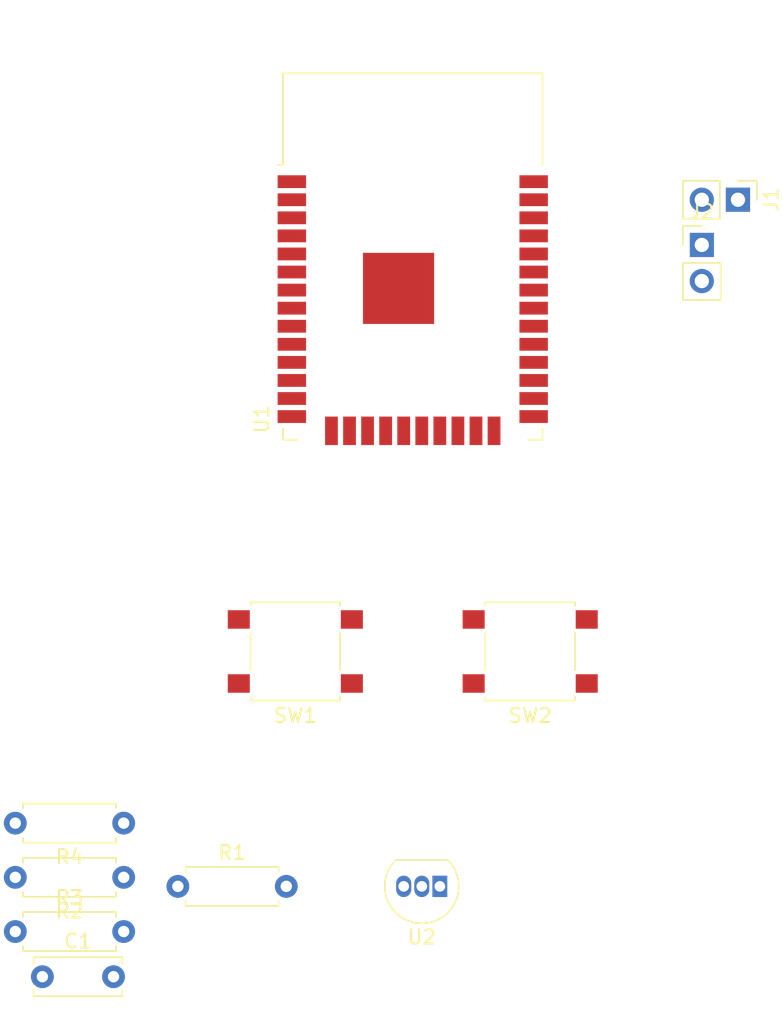
<source format=kicad_pcb>
(kicad_pcb (version 20171130) (host pcbnew 5.1.5+dfsg1-2build2)

  (general
    (thickness 1.6)
    (drawings 0)
    (tracks 0)
    (zones 0)
    (modules 11)
    (nets 38)
  )

  (page A4)
  (layers
    (0 F.Cu signal)
    (31 B.Cu signal)
    (32 B.Adhes user hide)
    (33 F.Adhes user hide)
    (34 B.Paste user hide)
    (35 F.Paste user hide)
    (36 B.SilkS user)
    (37 F.SilkS user)
    (38 B.Mask user hide)
    (39 F.Mask user hide)
    (40 Dwgs.User user)
    (41 Cmts.User user)
    (42 Eco1.User user hide)
    (43 Eco2.User user hide)
    (44 Edge.Cuts user hide)
    (45 Margin user hide)
    (46 B.CrtYd user)
    (47 F.CrtYd user)
    (48 B.Fab user)
    (49 F.Fab user)
  )

  (setup
    (last_trace_width 0.25)
    (trace_clearance 0.2)
    (zone_clearance 0.508)
    (zone_45_only no)
    (trace_min 0.2)
    (via_size 0.8)
    (via_drill 0.4)
    (via_min_size 0.4)
    (via_min_drill 0.3)
    (uvia_size 0.3)
    (uvia_drill 0.1)
    (uvias_allowed no)
    (uvia_min_size 0.2)
    (uvia_min_drill 0.1)
    (edge_width 0.05)
    (segment_width 0.2)
    (pcb_text_width 0.3)
    (pcb_text_size 1.5 1.5)
    (mod_edge_width 0.12)
    (mod_text_size 1 1)
    (mod_text_width 0.15)
    (pad_size 1.524 1.524)
    (pad_drill 0.762)
    (pad_to_mask_clearance 0.051)
    (solder_mask_min_width 0.25)
    (aux_axis_origin 0 0)
    (visible_elements FFFFFF7F)
    (pcbplotparams
      (layerselection 0x010fc_ffffffff)
      (usegerberextensions false)
      (usegerberattributes false)
      (usegerberadvancedattributes false)
      (creategerberjobfile false)
      (excludeedgelayer true)
      (linewidth 0.100000)
      (plotframeref false)
      (viasonmask false)
      (mode 1)
      (useauxorigin false)
      (hpglpennumber 1)
      (hpglpenspeed 20)
      (hpglpendiameter 15.000000)
      (psnegative false)
      (psa4output false)
      (plotreference true)
      (plotvalue true)
      (plotinvisibletext false)
      (padsonsilk false)
      (subtractmaskfromsilk false)
      (outputformat 1)
      (mirror false)
      (drillshape 1)
      (scaleselection 1)
      (outputdirectory ""))
  )

  (net 0 "")
  (net 1 /ADC1_CHAN_4)
  (net 2 GND)
  (net 3 +3V3)
  (net 4 /RX)
  (net 5 /TX)
  (net 6 /TEMP_DATA)
  (net 7 "Net-(U1-Pad4)")
  (net 8 "Net-(U1-Pad5)")
  (net 9 "Net-(U1-Pad6)")
  (net 10 "Net-(U1-Pad7)")
  (net 11 "Net-(U1-Pad9)")
  (net 12 "Net-(U1-Pad10)")
  (net 13 "Net-(U1-Pad11)")
  (net 14 "Net-(U1-Pad12)")
  (net 15 "Net-(U1-Pad13)")
  (net 16 "Net-(U1-Pad14)")
  (net 17 "Net-(U1-Pad16)")
  (net 18 "Net-(U1-Pad17)")
  (net 19 "Net-(U1-Pad18)")
  (net 20 "Net-(U1-Pad19)")
  (net 21 "Net-(U1-Pad20)")
  (net 22 "Net-(U1-Pad21)")
  (net 23 "Net-(U1-Pad22)")
  (net 24 "Net-(U1-Pad23)")
  (net 25 "Net-(U1-Pad27)")
  (net 26 "Net-(U1-Pad28)")
  (net 27 "Net-(U1-Pad29)")
  (net 28 "Net-(U1-Pad30)")
  (net 29 "Net-(U1-Pad31)")
  (net 30 "Net-(U1-Pad32)")
  (net 31 "Net-(U1-Pad33)")
  (net 32 "Net-(U1-Pad36)")
  (net 33 "Net-(U1-Pad37)")
  (net 34 "Net-(U1-Pad24)")
  (net 35 /EN)
  (net 36 /BOOT)
  (net 37 "Net-(U2-Pad3)")

  (net_class Default "This is the default net class."
    (clearance 0.2)
    (trace_width 0.25)
    (via_dia 0.8)
    (via_drill 0.4)
    (uvia_dia 0.3)
    (uvia_drill 0.1)
    (add_net +3V3)
    (add_net /ADC1_CHAN_4)
    (add_net /BOOT)
    (add_net /EN)
    (add_net /RX)
    (add_net /TEMP_DATA)
    (add_net /TX)
    (add_net GND)
    (add_net "Net-(U1-Pad10)")
    (add_net "Net-(U1-Pad11)")
    (add_net "Net-(U1-Pad12)")
    (add_net "Net-(U1-Pad13)")
    (add_net "Net-(U1-Pad14)")
    (add_net "Net-(U1-Pad16)")
    (add_net "Net-(U1-Pad17)")
    (add_net "Net-(U1-Pad18)")
    (add_net "Net-(U1-Pad19)")
    (add_net "Net-(U1-Pad20)")
    (add_net "Net-(U1-Pad21)")
    (add_net "Net-(U1-Pad22)")
    (add_net "Net-(U1-Pad23)")
    (add_net "Net-(U1-Pad24)")
    (add_net "Net-(U1-Pad27)")
    (add_net "Net-(U1-Pad28)")
    (add_net "Net-(U1-Pad29)")
    (add_net "Net-(U1-Pad30)")
    (add_net "Net-(U1-Pad31)")
    (add_net "Net-(U1-Pad32)")
    (add_net "Net-(U1-Pad33)")
    (add_net "Net-(U1-Pad36)")
    (add_net "Net-(U1-Pad37)")
    (add_net "Net-(U1-Pad4)")
    (add_net "Net-(U1-Pad5)")
    (add_net "Net-(U1-Pad6)")
    (add_net "Net-(U1-Pad7)")
    (add_net "Net-(U1-Pad9)")
    (add_net "Net-(U2-Pad3)")
  )

  (module Package_TO_SOT_THT:TO-92_Inline (layer F.Cu) (tedit 5A1DD157) (tstamp 61598624)
    (at 102.235 74.295 180)
    (descr "TO-92 leads in-line, narrow, oval pads, drill 0.75mm (see NXP sot054_po.pdf)")
    (tags "to-92 sc-43 sc-43a sot54 PA33 transistor")
    (path /616C9587)
    (fp_text reference U2 (at 1.27 -3.56) (layer F.SilkS)
      (effects (font (size 1 1) (thickness 0.15)))
    )
    (fp_text value DS18B20-PAR (at 1.27 2.79) (layer F.Fab)
      (effects (font (size 1 1) (thickness 0.15)))
    )
    (fp_arc (start 1.27 0) (end 1.27 -2.6) (angle 135) (layer F.SilkS) (width 0.12))
    (fp_arc (start 1.27 0) (end 1.27 -2.48) (angle -135) (layer F.Fab) (width 0.1))
    (fp_arc (start 1.27 0) (end 1.27 -2.6) (angle -135) (layer F.SilkS) (width 0.12))
    (fp_arc (start 1.27 0) (end 1.27 -2.48) (angle 135) (layer F.Fab) (width 0.1))
    (fp_line (start 4 2.01) (end -1.46 2.01) (layer F.CrtYd) (width 0.05))
    (fp_line (start 4 2.01) (end 4 -2.73) (layer F.CrtYd) (width 0.05))
    (fp_line (start -1.46 -2.73) (end -1.46 2.01) (layer F.CrtYd) (width 0.05))
    (fp_line (start -1.46 -2.73) (end 4 -2.73) (layer F.CrtYd) (width 0.05))
    (fp_line (start -0.5 1.75) (end 3 1.75) (layer F.Fab) (width 0.1))
    (fp_line (start -0.53 1.85) (end 3.07 1.85) (layer F.SilkS) (width 0.12))
    (fp_text user %R (at 1.27 0) (layer F.Fab)
      (effects (font (size 1 1) (thickness 0.15)))
    )
    (pad 1 thru_hole rect (at 0 0 180) (size 1.05 1.5) (drill 0.75) (layers *.Cu *.Mask)
      (net 2 GND))
    (pad 3 thru_hole oval (at 2.54 0 180) (size 1.05 1.5) (drill 0.75) (layers *.Cu *.Mask)
      (net 37 "Net-(U2-Pad3)"))
    (pad 2 thru_hole oval (at 1.27 0 180) (size 1.05 1.5) (drill 0.75) (layers *.Cu *.Mask)
      (net 6 /TEMP_DATA))
    (model ${KISYS3DMOD}/Package_TO_SOT_THT.3dshapes/TO-92_Inline.wrl
      (at (xyz 0 0 0))
      (scale (xyz 1 1 1))
      (rotate (xyz 0 0 0))
    )
  )

  (module Button_Switch_SMD:SW_SPST_B3S-1000 (layer F.Cu) (tedit 5A02FC95) (tstamp 615490EF)
    (at 108.585 57.785 180)
    (descr "Surface Mount Tactile Switch for High-Density Packaging")
    (tags "Tactile Switch")
    (path /6154EB89)
    (attr smd)
    (fp_text reference SW2 (at 0 -4.5) (layer F.SilkS)
      (effects (font (size 1 1) (thickness 0.15)))
    )
    (fp_text value BOOT (at 0 4.5) (layer F.Fab)
      (effects (font (size 1 1) (thickness 0.15)))
    )
    (fp_line (start -3 3.3) (end -3 -3.3) (layer F.Fab) (width 0.1))
    (fp_line (start 3 3.3) (end -3 3.3) (layer F.Fab) (width 0.1))
    (fp_line (start 3 -3.3) (end 3 3.3) (layer F.Fab) (width 0.1))
    (fp_line (start -3 -3.3) (end 3 -3.3) (layer F.Fab) (width 0.1))
    (fp_circle (center 0 0) (end 1.65 0) (layer F.Fab) (width 0.1))
    (fp_line (start 3.15 -1.3) (end 3.15 1.3) (layer F.SilkS) (width 0.12))
    (fp_line (start -3.15 3.45) (end -3.15 3.2) (layer F.SilkS) (width 0.12))
    (fp_line (start 3.15 3.45) (end -3.15 3.45) (layer F.SilkS) (width 0.12))
    (fp_line (start 3.15 3.2) (end 3.15 3.45) (layer F.SilkS) (width 0.12))
    (fp_line (start -3.15 1.3) (end -3.15 -1.3) (layer F.SilkS) (width 0.12))
    (fp_line (start 3.15 -3.45) (end 3.15 -3.2) (layer F.SilkS) (width 0.12))
    (fp_line (start -3.15 -3.45) (end 3.15 -3.45) (layer F.SilkS) (width 0.12))
    (fp_line (start -3.15 -3.2) (end -3.15 -3.45) (layer F.SilkS) (width 0.12))
    (fp_line (start -5 -3.7) (end -5 3.7) (layer F.CrtYd) (width 0.05))
    (fp_line (start 5 -3.7) (end -5 -3.7) (layer F.CrtYd) (width 0.05))
    (fp_line (start 5 3.7) (end 5 -3.7) (layer F.CrtYd) (width 0.05))
    (fp_line (start -5 3.7) (end 5 3.7) (layer F.CrtYd) (width 0.05))
    (fp_text user %R (at 0 -4.5) (layer F.Fab)
      (effects (font (size 1 1) (thickness 0.15)))
    )
    (pad 2 smd rect (at 3.975 2.25 180) (size 1.55 1.3) (layers F.Cu F.Paste F.Mask)
      (net 36 /BOOT))
    (pad 2 smd rect (at -3.975 2.25 180) (size 1.55 1.3) (layers F.Cu F.Paste F.Mask)
      (net 36 /BOOT))
    (pad 1 smd rect (at 3.975 -2.25 180) (size 1.55 1.3) (layers F.Cu F.Paste F.Mask)
      (net 2 GND))
    (pad 1 smd rect (at -3.975 -2.25 180) (size 1.55 1.3) (layers F.Cu F.Paste F.Mask)
      (net 2 GND))
    (model ${KISYS3DMOD}/Button_Switch_SMD.3dshapes/SW_SPST_B3S-1000.wrl
      (at (xyz 0 0 0))
      (scale (xyz 1 1 1))
      (rotate (xyz 0 0 0))
    )
  )

  (module Button_Switch_SMD:SW_SPST_B3S-1000 (layer F.Cu) (tedit 5A02FC95) (tstamp 61548CD2)
    (at 92.075 57.785 180)
    (descr "Surface Mount Tactile Switch for High-Density Packaging")
    (tags "Tactile Switch")
    (path /6154F400)
    (attr smd)
    (fp_text reference SW1 (at 0 -4.5) (layer F.SilkS)
      (effects (font (size 1 1) (thickness 0.15)))
    )
    (fp_text value RESET (at 0 4.5) (layer F.Fab)
      (effects (font (size 1 1) (thickness 0.15)))
    )
    (fp_line (start -3 3.3) (end -3 -3.3) (layer F.Fab) (width 0.1))
    (fp_line (start 3 3.3) (end -3 3.3) (layer F.Fab) (width 0.1))
    (fp_line (start 3 -3.3) (end 3 3.3) (layer F.Fab) (width 0.1))
    (fp_line (start -3 -3.3) (end 3 -3.3) (layer F.Fab) (width 0.1))
    (fp_circle (center 0 0) (end 1.65 0) (layer F.Fab) (width 0.1))
    (fp_line (start 3.15 -1.3) (end 3.15 1.3) (layer F.SilkS) (width 0.12))
    (fp_line (start -3.15 3.45) (end -3.15 3.2) (layer F.SilkS) (width 0.12))
    (fp_line (start 3.15 3.45) (end -3.15 3.45) (layer F.SilkS) (width 0.12))
    (fp_line (start 3.15 3.2) (end 3.15 3.45) (layer F.SilkS) (width 0.12))
    (fp_line (start -3.15 1.3) (end -3.15 -1.3) (layer F.SilkS) (width 0.12))
    (fp_line (start 3.15 -3.45) (end 3.15 -3.2) (layer F.SilkS) (width 0.12))
    (fp_line (start -3.15 -3.45) (end 3.15 -3.45) (layer F.SilkS) (width 0.12))
    (fp_line (start -3.15 -3.2) (end -3.15 -3.45) (layer F.SilkS) (width 0.12))
    (fp_line (start -5 -3.7) (end -5 3.7) (layer F.CrtYd) (width 0.05))
    (fp_line (start 5 -3.7) (end -5 -3.7) (layer F.CrtYd) (width 0.05))
    (fp_line (start 5 3.7) (end 5 -3.7) (layer F.CrtYd) (width 0.05))
    (fp_line (start -5 3.7) (end 5 3.7) (layer F.CrtYd) (width 0.05))
    (fp_text user %R (at 0 -4.5) (layer F.Fab)
      (effects (font (size 1 1) (thickness 0.15)))
    )
    (pad 2 smd rect (at 3.975 2.25 180) (size 1.55 1.3) (layers F.Cu F.Paste F.Mask)
      (net 35 /EN))
    (pad 2 smd rect (at -3.975 2.25 180) (size 1.55 1.3) (layers F.Cu F.Paste F.Mask)
      (net 35 /EN))
    (pad 1 smd rect (at 3.975 -2.25 180) (size 1.55 1.3) (layers F.Cu F.Paste F.Mask)
      (net 2 GND))
    (pad 1 smd rect (at -3.975 -2.25 180) (size 1.55 1.3) (layers F.Cu F.Paste F.Mask)
      (net 2 GND))
    (model ${KISYS3DMOD}/Button_Switch_SMD.3dshapes/SW_SPST_B3S-1000.wrl
      (at (xyz 0 0 0))
      (scale (xyz 1 1 1))
      (rotate (xyz 0 0 0))
    )
  )

  (module Connector_PinHeader_2.54mm:PinHeader_1x02_P2.54mm_Vertical (layer F.Cu) (tedit 59FED5CC) (tstamp 615566E7)
    (at 120.65 29.21)
    (descr "Through hole straight pin header, 1x02, 2.54mm pitch, single row")
    (tags "Through hole pin header THT 1x02 2.54mm single row")
    (path /61694344)
    (fp_text reference J2 (at 0 -2.33) (layer F.SilkS)
      (effects (font (size 1 1) (thickness 0.15)))
    )
    (fp_text value UART (at 0 6.35) (layer F.Fab)
      (effects (font (size 1 1) (thickness 0.15)))
    )
    (fp_text user %R (at 0 5.08 180) (layer F.Fab)
      (effects (font (size 1 1) (thickness 0.15)))
    )
    (fp_line (start 1.8 -1.8) (end -1.8 -1.8) (layer F.CrtYd) (width 0.05))
    (fp_line (start 1.8 4.35) (end 1.8 -1.8) (layer F.CrtYd) (width 0.05))
    (fp_line (start -1.8 4.35) (end 1.8 4.35) (layer F.CrtYd) (width 0.05))
    (fp_line (start -1.8 -1.8) (end -1.8 4.35) (layer F.CrtYd) (width 0.05))
    (fp_line (start -1.33 -1.33) (end 0 -1.33) (layer F.SilkS) (width 0.12))
    (fp_line (start -1.33 0) (end -1.33 -1.33) (layer F.SilkS) (width 0.12))
    (fp_line (start -1.33 1.27) (end 1.33 1.27) (layer F.SilkS) (width 0.12))
    (fp_line (start 1.33 1.27) (end 1.33 3.87) (layer F.SilkS) (width 0.12))
    (fp_line (start -1.33 1.27) (end -1.33 3.87) (layer F.SilkS) (width 0.12))
    (fp_line (start -1.33 3.87) (end 1.33 3.87) (layer F.SilkS) (width 0.12))
    (fp_line (start -1.27 -0.635) (end -0.635 -1.27) (layer F.Fab) (width 0.1))
    (fp_line (start -1.27 3.81) (end -1.27 -0.635) (layer F.Fab) (width 0.1))
    (fp_line (start 1.27 3.81) (end -1.27 3.81) (layer F.Fab) (width 0.1))
    (fp_line (start 1.27 -1.27) (end 1.27 3.81) (layer F.Fab) (width 0.1))
    (fp_line (start -0.635 -1.27) (end 1.27 -1.27) (layer F.Fab) (width 0.1))
    (pad 2 thru_hole oval (at 0 2.54) (size 1.7 1.7) (drill 1) (layers *.Cu *.Mask)
      (net 5 /TX))
    (pad 1 thru_hole rect (at 0 0) (size 1.7 1.7) (drill 1) (layers *.Cu *.Mask)
      (net 4 /RX))
    (model ${KISYS3DMOD}/Connector_PinHeader_2.54mm.3dshapes/PinHeader_1x02_P2.54mm_Vertical.wrl
      (at (xyz 0 0 0))
      (scale (xyz 1 1 1))
      (rotate (xyz 0 0 0))
    )
  )

  (module Connector_PinHeader_2.54mm:PinHeader_1x02_P2.54mm_Vertical (layer F.Cu) (tedit 59FED5CC) (tstamp 615566D1)
    (at 123.19 26.035 270)
    (descr "Through hole straight pin header, 1x02, 2.54mm pitch, single row")
    (tags "Through hole pin header THT 1x02 2.54mm single row")
    (path /61690FB6)
    (fp_text reference J1 (at 0 -2.33 90) (layer F.SilkS)
      (effects (font (size 1 1) (thickness 0.15)))
    )
    (fp_text value POWER (at -2.54 1.27 180) (layer F.Fab)
      (effects (font (size 1 1) (thickness 0.15)))
    )
    (fp_text user %R (at -3.81 1.27) (layer F.Fab)
      (effects (font (size 1 1) (thickness 0.15)))
    )
    (fp_line (start 1.8 -1.8) (end -1.8 -1.8) (layer F.CrtYd) (width 0.05))
    (fp_line (start 1.8 4.35) (end 1.8 -1.8) (layer F.CrtYd) (width 0.05))
    (fp_line (start -1.8 4.35) (end 1.8 4.35) (layer F.CrtYd) (width 0.05))
    (fp_line (start -1.8 -1.8) (end -1.8 4.35) (layer F.CrtYd) (width 0.05))
    (fp_line (start -1.33 -1.33) (end 0 -1.33) (layer F.SilkS) (width 0.12))
    (fp_line (start -1.33 0) (end -1.33 -1.33) (layer F.SilkS) (width 0.12))
    (fp_line (start -1.33 1.27) (end 1.33 1.27) (layer F.SilkS) (width 0.12))
    (fp_line (start 1.33 1.27) (end 1.33 3.87) (layer F.SilkS) (width 0.12))
    (fp_line (start -1.33 1.27) (end -1.33 3.87) (layer F.SilkS) (width 0.12))
    (fp_line (start -1.33 3.87) (end 1.33 3.87) (layer F.SilkS) (width 0.12))
    (fp_line (start -1.27 -0.635) (end -0.635 -1.27) (layer F.Fab) (width 0.1))
    (fp_line (start -1.27 3.81) (end -1.27 -0.635) (layer F.Fab) (width 0.1))
    (fp_line (start 1.27 3.81) (end -1.27 3.81) (layer F.Fab) (width 0.1))
    (fp_line (start 1.27 -1.27) (end 1.27 3.81) (layer F.Fab) (width 0.1))
    (fp_line (start -0.635 -1.27) (end 1.27 -1.27) (layer F.Fab) (width 0.1))
    (pad 2 thru_hole oval (at 0 2.54 270) (size 1.7 1.7) (drill 1) (layers *.Cu *.Mask)
      (net 2 GND))
    (pad 1 thru_hole rect (at 0 0 270) (size 1.7 1.7) (drill 1) (layers *.Cu *.Mask)
      (net 3 +3V3))
    (model ${KISYS3DMOD}/Connector_PinHeader_2.54mm.3dshapes/PinHeader_1x02_P2.54mm_Vertical.wrl
      (at (xyz 0 0 0))
      (scale (xyz 1 1 1))
      (rotate (xyz 0 0 0))
    )
  )

  (module Resistor_THT:R_Axial_DIN0207_L6.3mm_D2.5mm_P7.62mm_Horizontal (layer F.Cu) (tedit 5AE5139B) (tstamp 615554CF)
    (at 80.01 69.85 180)
    (descr "Resistor, Axial_DIN0207 series, Axial, Horizontal, pin pitch=7.62mm, 0.25W = 1/4W, length*diameter=6.3*2.5mm^2, http://cdn-reichelt.de/documents/datenblatt/B400/1_4W%23YAG.pdf")
    (tags "Resistor Axial_DIN0207 series Axial Horizontal pin pitch 7.62mm 0.25W = 1/4W length 6.3mm diameter 2.5mm")
    (path /61614BCD)
    (fp_text reference R4 (at 3.81 -2.37) (layer F.SilkS)
      (effects (font (size 1 1) (thickness 0.15)))
    )
    (fp_text value 22k (at 3.81 2.37) (layer F.Fab)
      (effects (font (size 1 1) (thickness 0.15)))
    )
    (fp_text user %R (at 3.81 0) (layer F.Fab)
      (effects (font (size 1 1) (thickness 0.15)))
    )
    (fp_line (start 8.67 -1.5) (end -1.05 -1.5) (layer F.CrtYd) (width 0.05))
    (fp_line (start 8.67 1.5) (end 8.67 -1.5) (layer F.CrtYd) (width 0.05))
    (fp_line (start -1.05 1.5) (end 8.67 1.5) (layer F.CrtYd) (width 0.05))
    (fp_line (start -1.05 -1.5) (end -1.05 1.5) (layer F.CrtYd) (width 0.05))
    (fp_line (start 7.08 1.37) (end 7.08 1.04) (layer F.SilkS) (width 0.12))
    (fp_line (start 0.54 1.37) (end 7.08 1.37) (layer F.SilkS) (width 0.12))
    (fp_line (start 0.54 1.04) (end 0.54 1.37) (layer F.SilkS) (width 0.12))
    (fp_line (start 7.08 -1.37) (end 7.08 -1.04) (layer F.SilkS) (width 0.12))
    (fp_line (start 0.54 -1.37) (end 7.08 -1.37) (layer F.SilkS) (width 0.12))
    (fp_line (start 0.54 -1.04) (end 0.54 -1.37) (layer F.SilkS) (width 0.12))
    (fp_line (start 7.62 0) (end 6.96 0) (layer F.Fab) (width 0.1))
    (fp_line (start 0 0) (end 0.66 0) (layer F.Fab) (width 0.1))
    (fp_line (start 6.96 -1.25) (end 0.66 -1.25) (layer F.Fab) (width 0.1))
    (fp_line (start 6.96 1.25) (end 6.96 -1.25) (layer F.Fab) (width 0.1))
    (fp_line (start 0.66 1.25) (end 6.96 1.25) (layer F.Fab) (width 0.1))
    (fp_line (start 0.66 -1.25) (end 0.66 1.25) (layer F.Fab) (width 0.1))
    (pad 2 thru_hole oval (at 7.62 0 180) (size 1.6 1.6) (drill 0.8) (layers *.Cu *.Mask)
      (net 35 /EN))
    (pad 1 thru_hole circle (at 0 0 180) (size 1.6 1.6) (drill 0.8) (layers *.Cu *.Mask)
      (net 3 +3V3))
    (model ${KISYS3DMOD}/Resistor_THT.3dshapes/R_Axial_DIN0207_L6.3mm_D2.5mm_P7.62mm_Horizontal.wrl
      (at (xyz 0 0 0))
      (scale (xyz 1 1 1))
      (rotate (xyz 0 0 0))
    )
  )

  (module Capacitor_THT:C_Disc_D6.0mm_W2.5mm_P5.00mm (layer F.Cu) (tedit 5AE50EF0) (tstamp 61556D6B)
    (at 74.295 80.645)
    (descr "C, Disc series, Radial, pin pitch=5.00mm, , diameter*width=6*2.5mm^2, Capacitor, http://cdn-reichelt.de/documents/datenblatt/B300/DS_KERKO_TC.pdf")
    (tags "C Disc series Radial pin pitch 5.00mm  diameter 6mm width 2.5mm Capacitor")
    (path /61594D15)
    (fp_text reference C1 (at 2.5 -2.5) (layer F.SilkS)
      (effects (font (size 1 1) (thickness 0.15)))
    )
    (fp_text value 100n (at 2.5 2.5) (layer F.Fab)
      (effects (font (size 1 1) (thickness 0.15)))
    )
    (fp_line (start -0.5 -1.25) (end -0.5 1.25) (layer F.Fab) (width 0.1))
    (fp_line (start -0.5 1.25) (end 5.5 1.25) (layer F.Fab) (width 0.1))
    (fp_line (start 5.5 1.25) (end 5.5 -1.25) (layer F.Fab) (width 0.1))
    (fp_line (start 5.5 -1.25) (end -0.5 -1.25) (layer F.Fab) (width 0.1))
    (fp_line (start -0.62 -1.37) (end 5.62 -1.37) (layer F.SilkS) (width 0.12))
    (fp_line (start -0.62 1.37) (end 5.62 1.37) (layer F.SilkS) (width 0.12))
    (fp_line (start -0.62 -1.37) (end -0.62 -0.925) (layer F.SilkS) (width 0.12))
    (fp_line (start -0.62 0.925) (end -0.62 1.37) (layer F.SilkS) (width 0.12))
    (fp_line (start 5.62 -1.37) (end 5.62 -0.925) (layer F.SilkS) (width 0.12))
    (fp_line (start 5.62 0.925) (end 5.62 1.37) (layer F.SilkS) (width 0.12))
    (fp_line (start -1.05 -1.5) (end -1.05 1.5) (layer F.CrtYd) (width 0.05))
    (fp_line (start -1.05 1.5) (end 6.05 1.5) (layer F.CrtYd) (width 0.05))
    (fp_line (start 6.05 1.5) (end 6.05 -1.5) (layer F.CrtYd) (width 0.05))
    (fp_line (start 6.05 -1.5) (end -1.05 -1.5) (layer F.CrtYd) (width 0.05))
    (fp_text user %R (at 2.5 0) (layer F.Fab)
      (effects (font (size 1 1) (thickness 0.15)))
    )
    (pad 1 thru_hole circle (at 0 0) (size 1.6 1.6) (drill 0.8) (layers *.Cu *.Mask)
      (net 1 /ADC1_CHAN_4))
    (pad 2 thru_hole circle (at 5 0) (size 1.6 1.6) (drill 0.8) (layers *.Cu *.Mask)
      (net 2 GND))
    (model ${KISYS3DMOD}/Capacitor_THT.3dshapes/C_Disc_D6.0mm_W2.5mm_P5.00mm.wrl
      (at (xyz 0 0 0))
      (scale (xyz 1 1 1))
      (rotate (xyz 0 0 0))
    )
  )

  (module Resistor_THT:R_Axial_DIN0207_L6.3mm_D2.5mm_P7.62mm_Horizontal (layer F.Cu) (tedit 5AE5139B) (tstamp 61555374)
    (at 83.82 74.295)
    (descr "Resistor, Axial_DIN0207 series, Axial, Horizontal, pin pitch=7.62mm, 0.25W = 1/4W, length*diameter=6.3*2.5mm^2, http://cdn-reichelt.de/documents/datenblatt/B400/1_4W%23YAG.pdf")
    (tags "Resistor Axial_DIN0207 series Axial Horizontal pin pitch 7.62mm 0.25W = 1/4W length 6.3mm diameter 2.5mm")
    (path /61553395)
    (fp_text reference R1 (at 3.81 -2.37) (layer F.SilkS)
      (effects (font (size 1 1) (thickness 0.15)))
    )
    (fp_text value 22k (at 3.81 2.37) (layer F.Fab)
      (effects (font (size 1 1) (thickness 0.15)))
    )
    (fp_line (start 0.66 -1.25) (end 0.66 1.25) (layer F.Fab) (width 0.1))
    (fp_line (start 0.66 1.25) (end 6.96 1.25) (layer F.Fab) (width 0.1))
    (fp_line (start 6.96 1.25) (end 6.96 -1.25) (layer F.Fab) (width 0.1))
    (fp_line (start 6.96 -1.25) (end 0.66 -1.25) (layer F.Fab) (width 0.1))
    (fp_line (start 0 0) (end 0.66 0) (layer F.Fab) (width 0.1))
    (fp_line (start 7.62 0) (end 6.96 0) (layer F.Fab) (width 0.1))
    (fp_line (start 0.54 -1.04) (end 0.54 -1.37) (layer F.SilkS) (width 0.12))
    (fp_line (start 0.54 -1.37) (end 7.08 -1.37) (layer F.SilkS) (width 0.12))
    (fp_line (start 7.08 -1.37) (end 7.08 -1.04) (layer F.SilkS) (width 0.12))
    (fp_line (start 0.54 1.04) (end 0.54 1.37) (layer F.SilkS) (width 0.12))
    (fp_line (start 0.54 1.37) (end 7.08 1.37) (layer F.SilkS) (width 0.12))
    (fp_line (start 7.08 1.37) (end 7.08 1.04) (layer F.SilkS) (width 0.12))
    (fp_line (start -1.05 -1.5) (end -1.05 1.5) (layer F.CrtYd) (width 0.05))
    (fp_line (start -1.05 1.5) (end 8.67 1.5) (layer F.CrtYd) (width 0.05))
    (fp_line (start 8.67 1.5) (end 8.67 -1.5) (layer F.CrtYd) (width 0.05))
    (fp_line (start 8.67 -1.5) (end -1.05 -1.5) (layer F.CrtYd) (width 0.05))
    (fp_text user %R (at 3.81 0) (layer F.Fab)
      (effects (font (size 1 1) (thickness 0.15)))
    )
    (pad 1 thru_hole circle (at 0 0) (size 1.6 1.6) (drill 0.8) (layers *.Cu *.Mask)
      (net 3 +3V3))
    (pad 2 thru_hole oval (at 7.62 0) (size 1.6 1.6) (drill 0.8) (layers *.Cu *.Mask)
      (net 6 /TEMP_DATA))
    (model ${KISYS3DMOD}/Resistor_THT.3dshapes/R_Axial_DIN0207_L6.3mm_D2.5mm_P7.62mm_Horizontal.wrl
      (at (xyz 0 0 0))
      (scale (xyz 1 1 1))
      (rotate (xyz 0 0 0))
    )
  )

  (module Resistor_THT:R_Axial_DIN0207_L6.3mm_D2.5mm_P7.62mm_Horizontal (layer F.Cu) (tedit 5AE5139B) (tstamp 61556BE1)
    (at 80.01 73.66 180)
    (descr "Resistor, Axial_DIN0207 series, Axial, Horizontal, pin pitch=7.62mm, 0.25W = 1/4W, length*diameter=6.3*2.5mm^2, http://cdn-reichelt.de/documents/datenblatt/B400/1_4W%23YAG.pdf")
    (tags "Resistor Axial_DIN0207 series Axial Horizontal pin pitch 7.62mm 0.25W = 1/4W length 6.3mm diameter 2.5mm")
    (path /61586CD7)
    (fp_text reference R2 (at 3.81 -2.37) (layer F.SilkS)
      (effects (font (size 1 1) (thickness 0.15)))
    )
    (fp_text value 220k (at 3.81 2.37) (layer F.Fab)
      (effects (font (size 1 1) (thickness 0.15)))
    )
    (fp_text user %R (at 3.81 0) (layer F.Fab)
      (effects (font (size 1 1) (thickness 0.15)))
    )
    (fp_line (start 8.67 -1.5) (end -1.05 -1.5) (layer F.CrtYd) (width 0.05))
    (fp_line (start 8.67 1.5) (end 8.67 -1.5) (layer F.CrtYd) (width 0.05))
    (fp_line (start -1.05 1.5) (end 8.67 1.5) (layer F.CrtYd) (width 0.05))
    (fp_line (start -1.05 -1.5) (end -1.05 1.5) (layer F.CrtYd) (width 0.05))
    (fp_line (start 7.08 1.37) (end 7.08 1.04) (layer F.SilkS) (width 0.12))
    (fp_line (start 0.54 1.37) (end 7.08 1.37) (layer F.SilkS) (width 0.12))
    (fp_line (start 0.54 1.04) (end 0.54 1.37) (layer F.SilkS) (width 0.12))
    (fp_line (start 7.08 -1.37) (end 7.08 -1.04) (layer F.SilkS) (width 0.12))
    (fp_line (start 0.54 -1.37) (end 7.08 -1.37) (layer F.SilkS) (width 0.12))
    (fp_line (start 0.54 -1.04) (end 0.54 -1.37) (layer F.SilkS) (width 0.12))
    (fp_line (start 7.62 0) (end 6.96 0) (layer F.Fab) (width 0.1))
    (fp_line (start 0 0) (end 0.66 0) (layer F.Fab) (width 0.1))
    (fp_line (start 6.96 -1.25) (end 0.66 -1.25) (layer F.Fab) (width 0.1))
    (fp_line (start 6.96 1.25) (end 6.96 -1.25) (layer F.Fab) (width 0.1))
    (fp_line (start 0.66 1.25) (end 6.96 1.25) (layer F.Fab) (width 0.1))
    (fp_line (start 0.66 -1.25) (end 0.66 1.25) (layer F.Fab) (width 0.1))
    (pad 2 thru_hole oval (at 7.62 0 180) (size 1.6 1.6) (drill 0.8) (layers *.Cu *.Mask)
      (net 1 /ADC1_CHAN_4))
    (pad 1 thru_hole circle (at 0 0 180) (size 1.6 1.6) (drill 0.8) (layers *.Cu *.Mask)
      (net 3 +3V3))
    (model ${KISYS3DMOD}/Resistor_THT.3dshapes/R_Axial_DIN0207_L6.3mm_D2.5mm_P7.62mm_Horizontal.wrl
      (at (xyz 0 0 0))
      (scale (xyz 1 1 1))
      (rotate (xyz 0 0 0))
    )
  )

  (module Resistor_THT:R_Axial_DIN0207_L6.3mm_D2.5mm_P7.62mm_Horizontal (layer F.Cu) (tedit 5AE5139B) (tstamp 61557FDA)
    (at 72.39 77.47)
    (descr "Resistor, Axial_DIN0207 series, Axial, Horizontal, pin pitch=7.62mm, 0.25W = 1/4W, length*diameter=6.3*2.5mm^2, http://cdn-reichelt.de/documents/datenblatt/B400/1_4W%23YAG.pdf")
    (tags "Resistor Axial_DIN0207 series Axial Horizontal pin pitch 7.62mm 0.25W = 1/4W length 6.3mm diameter 2.5mm")
    (path /615870FB)
    (fp_text reference R3 (at 3.81 -2.37) (layer F.SilkS)
      (effects (font (size 1 1) (thickness 0.15)))
    )
    (fp_text value 2.2M (at 3.81 2.37) (layer F.Fab)
      (effects (font (size 1 1) (thickness 0.15)))
    )
    (fp_line (start 0.66 -1.25) (end 0.66 1.25) (layer F.Fab) (width 0.1))
    (fp_line (start 0.66 1.25) (end 6.96 1.25) (layer F.Fab) (width 0.1))
    (fp_line (start 6.96 1.25) (end 6.96 -1.25) (layer F.Fab) (width 0.1))
    (fp_line (start 6.96 -1.25) (end 0.66 -1.25) (layer F.Fab) (width 0.1))
    (fp_line (start 0 0) (end 0.66 0) (layer F.Fab) (width 0.1))
    (fp_line (start 7.62 0) (end 6.96 0) (layer F.Fab) (width 0.1))
    (fp_line (start 0.54 -1.04) (end 0.54 -1.37) (layer F.SilkS) (width 0.12))
    (fp_line (start 0.54 -1.37) (end 7.08 -1.37) (layer F.SilkS) (width 0.12))
    (fp_line (start 7.08 -1.37) (end 7.08 -1.04) (layer F.SilkS) (width 0.12))
    (fp_line (start 0.54 1.04) (end 0.54 1.37) (layer F.SilkS) (width 0.12))
    (fp_line (start 0.54 1.37) (end 7.08 1.37) (layer F.SilkS) (width 0.12))
    (fp_line (start 7.08 1.37) (end 7.08 1.04) (layer F.SilkS) (width 0.12))
    (fp_line (start -1.05 -1.5) (end -1.05 1.5) (layer F.CrtYd) (width 0.05))
    (fp_line (start -1.05 1.5) (end 8.67 1.5) (layer F.CrtYd) (width 0.05))
    (fp_line (start 8.67 1.5) (end 8.67 -1.5) (layer F.CrtYd) (width 0.05))
    (fp_line (start 8.67 -1.5) (end -1.05 -1.5) (layer F.CrtYd) (width 0.05))
    (fp_text user %R (at 3.81 0) (layer F.Fab)
      (effects (font (size 1 1) (thickness 0.15)))
    )
    (pad 1 thru_hole circle (at 0 0) (size 1.6 1.6) (drill 0.8) (layers *.Cu *.Mask)
      (net 1 /ADC1_CHAN_4))
    (pad 2 thru_hole oval (at 7.62 0) (size 1.6 1.6) (drill 0.8) (layers *.Cu *.Mask)
      (net 2 GND))
    (model ${KISYS3DMOD}/Resistor_THT.3dshapes/R_Axial_DIN0207_L6.3mm_D2.5mm_P7.62mm_Horizontal.wrl
      (at (xyz 0 0 0))
      (scale (xyz 1 1 1))
      (rotate (xyz 0 0 0))
    )
  )

  (module RF_Module:ESP32-WROOM-32 (layer F.Cu) (tedit 5B5B4654) (tstamp 61548D58)
    (at 100.33 33.02)
    (descr "Single 2.4 GHz Wi-Fi and Bluetooth combo chip https://www.espressif.com/sites/default/files/documentation/esp32-wroom-32_datasheet_en.pdf")
    (tags "Single 2.4 GHz Wi-Fi and Bluetooth combo  chip")
    (path /615420B4)
    (attr smd)
    (fp_text reference U1 (at -10.61 8.43 90) (layer F.SilkS)
      (effects (font (size 1 1) (thickness 0.15)))
    )
    (fp_text value ESP32-WROOM-32 (at 0 11.5) (layer F.Fab)
      (effects (font (size 1 1) (thickness 0.15)))
    )
    (fp_text user %R (at 0 0) (layer F.Fab)
      (effects (font (size 1 1) (thickness 0.15)))
    )
    (fp_text user "KEEP-OUT ZONE" (at 0 -19) (layer Cmts.User)
      (effects (font (size 1 1) (thickness 0.15)))
    )
    (fp_text user Antenna (at 0 -13) (layer Cmts.User)
      (effects (font (size 1 1) (thickness 0.15)))
    )
    (fp_text user "5 mm" (at 11.8 -14.375) (layer Cmts.User)
      (effects (font (size 0.5 0.5) (thickness 0.1)))
    )
    (fp_text user "5 mm" (at -11.2 -14.375) (layer Cmts.User)
      (effects (font (size 0.5 0.5) (thickness 0.1)))
    )
    (fp_text user "5 mm" (at 7.8 -19.075 90) (layer Cmts.User)
      (effects (font (size 0.5 0.5) (thickness 0.1)))
    )
    (fp_line (start -14 -9.97) (end -14 -20.75) (layer Dwgs.User) (width 0.1))
    (fp_line (start 9 9.76) (end 9 -15.745) (layer F.Fab) (width 0.1))
    (fp_line (start -9 9.76) (end 9 9.76) (layer F.Fab) (width 0.1))
    (fp_line (start -9 -15.745) (end -9 -10.02) (layer F.Fab) (width 0.1))
    (fp_line (start -9 -15.745) (end 9 -15.745) (layer F.Fab) (width 0.1))
    (fp_line (start -9.75 10.5) (end -9.75 -9.72) (layer F.CrtYd) (width 0.05))
    (fp_line (start -9.75 10.5) (end 9.75 10.5) (layer F.CrtYd) (width 0.05))
    (fp_line (start 9.75 -9.72) (end 9.75 10.5) (layer F.CrtYd) (width 0.05))
    (fp_line (start -14.25 -21) (end 14.25 -21) (layer F.CrtYd) (width 0.05))
    (fp_line (start -9 -9.02) (end -9 9.76) (layer F.Fab) (width 0.1))
    (fp_line (start -8.5 -9.52) (end -9 -10.02) (layer F.Fab) (width 0.1))
    (fp_line (start -9 -9.02) (end -8.5 -9.52) (layer F.Fab) (width 0.1))
    (fp_line (start 14 -9.97) (end -14 -9.97) (layer Dwgs.User) (width 0.1))
    (fp_line (start 14 -9.97) (end 14 -20.75) (layer Dwgs.User) (width 0.1))
    (fp_line (start 14 -20.75) (end -14 -20.75) (layer Dwgs.User) (width 0.1))
    (fp_line (start -14.25 -21) (end -14.25 -9.72) (layer F.CrtYd) (width 0.05))
    (fp_line (start 14.25 -21) (end 14.25 -9.72) (layer F.CrtYd) (width 0.05))
    (fp_line (start -14.25 -9.72) (end -9.75 -9.72) (layer F.CrtYd) (width 0.05))
    (fp_line (start 9.75 -9.72) (end 14.25 -9.72) (layer F.CrtYd) (width 0.05))
    (fp_line (start -12.525 -20.75) (end -14 -19.66) (layer Dwgs.User) (width 0.1))
    (fp_line (start -10.525 -20.75) (end -14 -18.045) (layer Dwgs.User) (width 0.1))
    (fp_line (start -8.525 -20.75) (end -14 -16.43) (layer Dwgs.User) (width 0.1))
    (fp_line (start -6.525 -20.75) (end -14 -14.815) (layer Dwgs.User) (width 0.1))
    (fp_line (start -4.525 -20.75) (end -14 -13.2) (layer Dwgs.User) (width 0.1))
    (fp_line (start -2.525 -20.75) (end -14 -11.585) (layer Dwgs.User) (width 0.1))
    (fp_line (start -0.525 -20.75) (end -14 -9.97) (layer Dwgs.User) (width 0.1))
    (fp_line (start 1.475 -20.75) (end -12 -9.97) (layer Dwgs.User) (width 0.1))
    (fp_line (start 3.475 -20.75) (end -10 -9.97) (layer Dwgs.User) (width 0.1))
    (fp_line (start -8 -9.97) (end 5.475 -20.75) (layer Dwgs.User) (width 0.1))
    (fp_line (start 7.475 -20.75) (end -6 -9.97) (layer Dwgs.User) (width 0.1))
    (fp_line (start 9.475 -20.75) (end -4 -9.97) (layer Dwgs.User) (width 0.1))
    (fp_line (start 11.475 -20.75) (end -2 -9.97) (layer Dwgs.User) (width 0.1))
    (fp_line (start 13.475 -20.75) (end 0 -9.97) (layer Dwgs.User) (width 0.1))
    (fp_line (start 14 -19.66) (end 2 -9.97) (layer Dwgs.User) (width 0.1))
    (fp_line (start 14 -18.045) (end 4 -9.97) (layer Dwgs.User) (width 0.1))
    (fp_line (start 14 -16.43) (end 6 -9.97) (layer Dwgs.User) (width 0.1))
    (fp_line (start 14 -14.815) (end 8 -9.97) (layer Dwgs.User) (width 0.1))
    (fp_line (start 14 -13.2) (end 10 -9.97) (layer Dwgs.User) (width 0.1))
    (fp_line (start 14 -11.585) (end 12 -9.97) (layer Dwgs.User) (width 0.1))
    (fp_line (start 9.2 -13.875) (end 13.8 -13.875) (layer Cmts.User) (width 0.1))
    (fp_line (start 13.8 -13.875) (end 13.6 -14.075) (layer Cmts.User) (width 0.1))
    (fp_line (start 13.8 -13.875) (end 13.6 -13.675) (layer Cmts.User) (width 0.1))
    (fp_line (start 9.2 -13.875) (end 9.4 -14.075) (layer Cmts.User) (width 0.1))
    (fp_line (start 9.2 -13.875) (end 9.4 -13.675) (layer Cmts.User) (width 0.1))
    (fp_line (start -13.8 -13.875) (end -13.6 -14.075) (layer Cmts.User) (width 0.1))
    (fp_line (start -13.8 -13.875) (end -13.6 -13.675) (layer Cmts.User) (width 0.1))
    (fp_line (start -9.2 -13.875) (end -9.4 -13.675) (layer Cmts.User) (width 0.1))
    (fp_line (start -13.8 -13.875) (end -9.2 -13.875) (layer Cmts.User) (width 0.1))
    (fp_line (start -9.2 -13.875) (end -9.4 -14.075) (layer Cmts.User) (width 0.1))
    (fp_line (start 8.4 -16) (end 8.2 -16.2) (layer Cmts.User) (width 0.1))
    (fp_line (start 8.4 -16) (end 8.6 -16.2) (layer Cmts.User) (width 0.1))
    (fp_line (start 8.4 -20.6) (end 8.6 -20.4) (layer Cmts.User) (width 0.1))
    (fp_line (start 8.4 -16) (end 8.4 -20.6) (layer Cmts.User) (width 0.1))
    (fp_line (start 8.4 -20.6) (end 8.2 -20.4) (layer Cmts.User) (width 0.1))
    (fp_line (start -9.12 9.1) (end -9.12 9.88) (layer F.SilkS) (width 0.12))
    (fp_line (start -9.12 9.88) (end -8.12 9.88) (layer F.SilkS) (width 0.12))
    (fp_line (start 9.12 9.1) (end 9.12 9.88) (layer F.SilkS) (width 0.12))
    (fp_line (start 9.12 9.88) (end 8.12 9.88) (layer F.SilkS) (width 0.12))
    (fp_line (start -9.12 -15.865) (end 9.12 -15.865) (layer F.SilkS) (width 0.12))
    (fp_line (start 9.12 -15.865) (end 9.12 -9.445) (layer F.SilkS) (width 0.12))
    (fp_line (start -9.12 -15.865) (end -9.12 -9.445) (layer F.SilkS) (width 0.12))
    (fp_line (start -9.12 -9.445) (end -9.5 -9.445) (layer F.SilkS) (width 0.12))
    (pad 39 smd rect (at -1 -0.755) (size 5 5) (layers F.Cu F.Paste F.Mask)
      (net 2 GND))
    (pad 1 smd rect (at -8.5 -8.255) (size 2 0.9) (layers F.Cu F.Paste F.Mask)
      (net 2 GND))
    (pad 2 smd rect (at -8.5 -6.985) (size 2 0.9) (layers F.Cu F.Paste F.Mask)
      (net 3 +3V3))
    (pad 3 smd rect (at -8.5 -5.715) (size 2 0.9) (layers F.Cu F.Paste F.Mask)
      (net 35 /EN))
    (pad 4 smd rect (at -8.5 -4.445) (size 2 0.9) (layers F.Cu F.Paste F.Mask)
      (net 7 "Net-(U1-Pad4)"))
    (pad 5 smd rect (at -8.5 -3.175) (size 2 0.9) (layers F.Cu F.Paste F.Mask)
      (net 8 "Net-(U1-Pad5)"))
    (pad 6 smd rect (at -8.5 -1.905) (size 2 0.9) (layers F.Cu F.Paste F.Mask)
      (net 9 "Net-(U1-Pad6)"))
    (pad 7 smd rect (at -8.5 -0.635) (size 2 0.9) (layers F.Cu F.Paste F.Mask)
      (net 10 "Net-(U1-Pad7)"))
    (pad 8 smd rect (at -8.5 0.635) (size 2 0.9) (layers F.Cu F.Paste F.Mask)
      (net 1 /ADC1_CHAN_4))
    (pad 9 smd rect (at -8.5 1.905) (size 2 0.9) (layers F.Cu F.Paste F.Mask)
      (net 11 "Net-(U1-Pad9)"))
    (pad 10 smd rect (at -8.5 3.175) (size 2 0.9) (layers F.Cu F.Paste F.Mask)
      (net 12 "Net-(U1-Pad10)"))
    (pad 11 smd rect (at -8.5 4.445) (size 2 0.9) (layers F.Cu F.Paste F.Mask)
      (net 13 "Net-(U1-Pad11)"))
    (pad 12 smd rect (at -8.5 5.715) (size 2 0.9) (layers F.Cu F.Paste F.Mask)
      (net 14 "Net-(U1-Pad12)"))
    (pad 13 smd rect (at -8.5 6.985) (size 2 0.9) (layers F.Cu F.Paste F.Mask)
      (net 15 "Net-(U1-Pad13)"))
    (pad 14 smd rect (at -8.5 8.255) (size 2 0.9) (layers F.Cu F.Paste F.Mask)
      (net 16 "Net-(U1-Pad14)"))
    (pad 15 smd rect (at -5.715 9.255 90) (size 2 0.9) (layers F.Cu F.Paste F.Mask)
      (net 2 GND))
    (pad 16 smd rect (at -4.445 9.255 90) (size 2 0.9) (layers F.Cu F.Paste F.Mask)
      (net 17 "Net-(U1-Pad16)"))
    (pad 17 smd rect (at -3.175 9.255 90) (size 2 0.9) (layers F.Cu F.Paste F.Mask)
      (net 18 "Net-(U1-Pad17)"))
    (pad 18 smd rect (at -1.905 9.255 90) (size 2 0.9) (layers F.Cu F.Paste F.Mask)
      (net 19 "Net-(U1-Pad18)"))
    (pad 19 smd rect (at -0.635 9.255 90) (size 2 0.9) (layers F.Cu F.Paste F.Mask)
      (net 20 "Net-(U1-Pad19)"))
    (pad 20 smd rect (at 0.635 9.255 90) (size 2 0.9) (layers F.Cu F.Paste F.Mask)
      (net 21 "Net-(U1-Pad20)"))
    (pad 21 smd rect (at 1.905 9.255 90) (size 2 0.9) (layers F.Cu F.Paste F.Mask)
      (net 22 "Net-(U1-Pad21)"))
    (pad 22 smd rect (at 3.175 9.255 90) (size 2 0.9) (layers F.Cu F.Paste F.Mask)
      (net 23 "Net-(U1-Pad22)"))
    (pad 23 smd rect (at 4.445 9.255 90) (size 2 0.9) (layers F.Cu F.Paste F.Mask)
      (net 24 "Net-(U1-Pad23)"))
    (pad 24 smd rect (at 5.715 9.255 90) (size 2 0.9) (layers F.Cu F.Paste F.Mask)
      (net 34 "Net-(U1-Pad24)"))
    (pad 25 smd rect (at 8.5 8.255) (size 2 0.9) (layers F.Cu F.Paste F.Mask)
      (net 36 /BOOT))
    (pad 26 smd rect (at 8.5 6.985) (size 2 0.9) (layers F.Cu F.Paste F.Mask)
      (net 6 /TEMP_DATA))
    (pad 27 smd rect (at 8.5 5.715) (size 2 0.9) (layers F.Cu F.Paste F.Mask)
      (net 25 "Net-(U1-Pad27)"))
    (pad 28 smd rect (at 8.5 4.445) (size 2 0.9) (layers F.Cu F.Paste F.Mask)
      (net 26 "Net-(U1-Pad28)"))
    (pad 29 smd rect (at 8.5 3.175) (size 2 0.9) (layers F.Cu F.Paste F.Mask)
      (net 27 "Net-(U1-Pad29)"))
    (pad 30 smd rect (at 8.5 1.905) (size 2 0.9) (layers F.Cu F.Paste F.Mask)
      (net 28 "Net-(U1-Pad30)"))
    (pad 31 smd rect (at 8.5 0.635) (size 2 0.9) (layers F.Cu F.Paste F.Mask)
      (net 29 "Net-(U1-Pad31)"))
    (pad 32 smd rect (at 8.5 -0.635) (size 2 0.9) (layers F.Cu F.Paste F.Mask)
      (net 30 "Net-(U1-Pad32)"))
    (pad 33 smd rect (at 8.5 -1.905) (size 2 0.9) (layers F.Cu F.Paste F.Mask)
      (net 31 "Net-(U1-Pad33)"))
    (pad 34 smd rect (at 8.5 -3.175) (size 2 0.9) (layers F.Cu F.Paste F.Mask)
      (net 5 /TX))
    (pad 35 smd rect (at 8.5 -4.445) (size 2 0.9) (layers F.Cu F.Paste F.Mask)
      (net 4 /RX))
    (pad 36 smd rect (at 8.5 -5.715) (size 2 0.9) (layers F.Cu F.Paste F.Mask)
      (net 32 "Net-(U1-Pad36)"))
    (pad 37 smd rect (at 8.5 -6.985) (size 2 0.9) (layers F.Cu F.Paste F.Mask)
      (net 33 "Net-(U1-Pad37)"))
    (pad 38 smd rect (at 8.5 -8.255) (size 2 0.9) (layers F.Cu F.Paste F.Mask)
      (net 2 GND))
    (model ${KISYS3DMOD}/RF_Module.3dshapes/ESP32-WROOM-32.wrl
      (at (xyz 0 0 0))
      (scale (xyz 1 1 1))
      (rotate (xyz 0 0 0))
    )
  )

)

</source>
